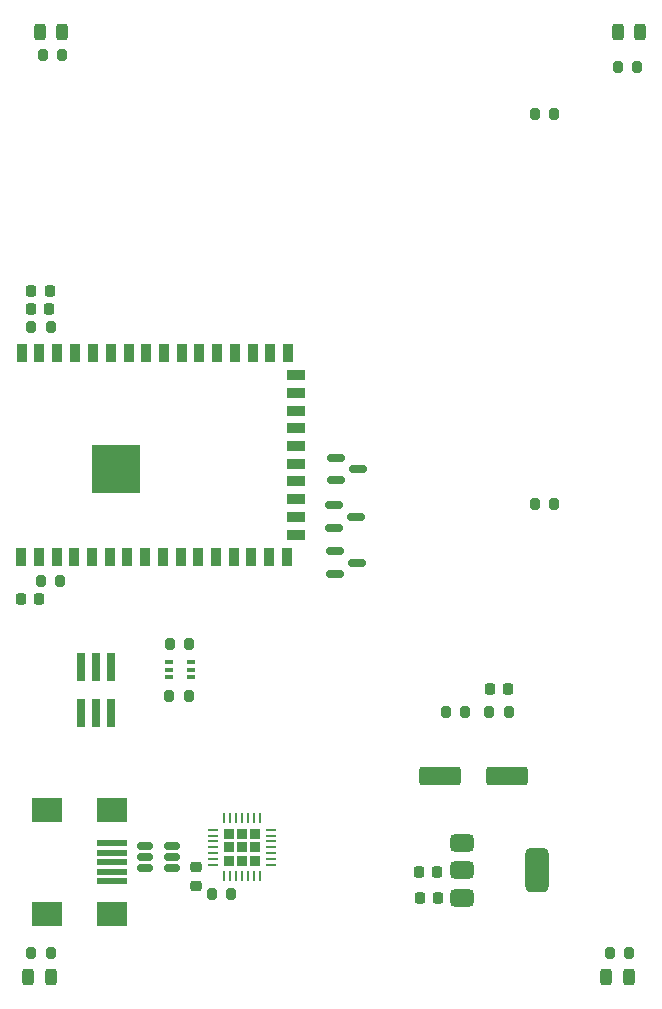
<source format=gbr>
%TF.GenerationSoftware,KiCad,Pcbnew,8.0.6*%
%TF.CreationDate,2025-02-23T18:05:14+01:00*%
%TF.ProjectId,TocBoatReceiver,546f6342-6f61-4745-9265-636569766572,rev?*%
%TF.SameCoordinates,Original*%
%TF.FileFunction,Paste,Top*%
%TF.FilePolarity,Positive*%
%FSLAX46Y46*%
G04 Gerber Fmt 4.6, Leading zero omitted, Abs format (unit mm)*
G04 Created by KiCad (PCBNEW 8.0.6) date 2025-02-23 18:05:14*
%MOMM*%
%LPD*%
G01*
G04 APERTURE LIST*
G04 Aperture macros list*
%AMRoundRect*
0 Rectangle with rounded corners*
0 $1 Rounding radius*
0 $2 $3 $4 $5 $6 $7 $8 $9 X,Y pos of 4 corners*
0 Add a 4 corners polygon primitive as box body*
4,1,4,$2,$3,$4,$5,$6,$7,$8,$9,$2,$3,0*
0 Add four circle primitives for the rounded corners*
1,1,$1+$1,$2,$3*
1,1,$1+$1,$4,$5*
1,1,$1+$1,$6,$7*
1,1,$1+$1,$8,$9*
0 Add four rect primitives between the rounded corners*
20,1,$1+$1,$2,$3,$4,$5,0*
20,1,$1+$1,$4,$5,$6,$7,0*
20,1,$1+$1,$6,$7,$8,$9,0*
20,1,$1+$1,$8,$9,$2,$3,0*%
G04 Aperture macros list end*
%ADD10RoundRect,0.200000X-0.200000X-0.275000X0.200000X-0.275000X0.200000X0.275000X-0.200000X0.275000X0*%
%ADD11RoundRect,0.225000X0.225000X0.250000X-0.225000X0.250000X-0.225000X-0.250000X0.225000X-0.250000X0*%
%ADD12RoundRect,0.150000X-0.587500X-0.150000X0.587500X-0.150000X0.587500X0.150000X-0.587500X0.150000X0*%
%ADD13RoundRect,0.243750X-0.243750X-0.456250X0.243750X-0.456250X0.243750X0.456250X-0.243750X0.456250X0*%
%ADD14RoundRect,0.225000X-0.250000X0.225000X-0.250000X-0.225000X0.250000X-0.225000X0.250000X0.225000X0*%
%ADD15R,2.500000X0.500000*%
%ADD16R,2.500000X2.000000*%
%ADD17RoundRect,0.375000X-0.625000X-0.375000X0.625000X-0.375000X0.625000X0.375000X-0.625000X0.375000X0*%
%ADD18RoundRect,0.500000X-0.500000X-1.400000X0.500000X-1.400000X0.500000X1.400000X-0.500000X1.400000X0*%
%ADD19RoundRect,0.225000X-0.225000X-0.225000X0.225000X-0.225000X0.225000X0.225000X-0.225000X0.225000X0*%
%ADD20RoundRect,0.062500X-0.337500X-0.062500X0.337500X-0.062500X0.337500X0.062500X-0.337500X0.062500X0*%
%ADD21RoundRect,0.062500X-0.062500X-0.337500X0.062500X-0.337500X0.062500X0.337500X-0.062500X0.337500X0*%
%ADD22RoundRect,0.100000X0.225000X0.100000X-0.225000X0.100000X-0.225000X-0.100000X0.225000X-0.100000X0*%
%ADD23R,0.900000X1.500000*%
%ADD24R,1.500000X0.900000*%
%ADD25R,4.100000X4.100000*%
%ADD26RoundRect,0.150000X-0.512500X-0.150000X0.512500X-0.150000X0.512500X0.150000X-0.512500X0.150000X0*%
%ADD27R,0.740000X2.400000*%
%ADD28RoundRect,0.250000X-1.500000X-0.550000X1.500000X-0.550000X1.500000X0.550000X-1.500000X0.550000X0*%
%ADD29RoundRect,0.225000X-0.225000X-0.250000X0.225000X-0.250000X0.225000X0.250000X-0.225000X0.250000X0*%
%ADD30RoundRect,0.200000X0.200000X0.275000X-0.200000X0.275000X-0.200000X-0.275000X0.200000X-0.275000X0*%
G04 APERTURE END LIST*
D10*
%TO.C,R11*%
X172150000Y-109600000D03*
X173800000Y-109600000D03*
%TD*%
%TO.C,R10*%
X168450000Y-109600000D03*
X170100000Y-109600000D03*
%TD*%
D11*
%TO.C,C8*%
X173750000Y-107600000D03*
X172200000Y-107600000D03*
%TD*%
%TO.C,C2*%
X134900000Y-75500000D03*
X133350000Y-75500000D03*
%TD*%
D10*
%TO.C,R6*%
X148650000Y-125000000D03*
X150300000Y-125000000D03*
%TD*%
D12*
%TO.C,Q2*%
X159062500Y-96000000D03*
X159062500Y-97900000D03*
X160937500Y-96950000D03*
%TD*%
D10*
%TO.C,R7*%
X183000000Y-55000000D03*
X184650000Y-55000000D03*
%TD*%
D13*
%TO.C,D1*%
X133125000Y-132000000D03*
X135000000Y-132000000D03*
%TD*%
D10*
%TO.C,R8*%
X176000000Y-92000000D03*
X177650000Y-92000000D03*
%TD*%
D12*
%TO.C,Q4*%
X159125000Y-88050000D03*
X159125000Y-89950000D03*
X161000000Y-89000000D03*
%TD*%
D14*
%TO.C,C4*%
X147300000Y-122750000D03*
X147300000Y-124300000D03*
%TD*%
D15*
%TO.C,J2*%
X140200000Y-120700000D03*
X140200000Y-121500000D03*
X140200000Y-122300000D03*
X140200000Y-123100000D03*
X140200000Y-123900000D03*
D16*
X140200000Y-117900000D03*
X134700000Y-117900000D03*
X140200000Y-126700000D03*
X134700000Y-126700000D03*
%TD*%
D17*
%TO.C,U2*%
X169850000Y-120700000D03*
X169850000Y-123000000D03*
D18*
X176150000Y-123000000D03*
D17*
X169850000Y-125300000D03*
%TD*%
D19*
%TO.C,U6*%
X150080000Y-119930000D03*
X150080000Y-121050000D03*
X150080000Y-122170000D03*
X151200000Y-119930000D03*
X151200000Y-121050000D03*
X151200000Y-122170000D03*
X152320000Y-119930000D03*
X152320000Y-121050000D03*
X152320000Y-122170000D03*
D20*
X148750000Y-119550000D03*
X148750000Y-120050000D03*
X148750000Y-120550000D03*
X148750000Y-121050000D03*
X148750000Y-121550000D03*
X148750000Y-122050000D03*
X148750000Y-122550000D03*
D21*
X149700000Y-123500000D03*
X150200000Y-123500000D03*
X150700000Y-123500000D03*
X151200000Y-123500000D03*
X151700000Y-123500000D03*
X152200000Y-123500000D03*
X152700000Y-123500000D03*
D20*
X153650000Y-122550000D03*
X153650000Y-122050000D03*
X153650000Y-121550000D03*
X153650000Y-121050000D03*
X153650000Y-120550000D03*
X153650000Y-120050000D03*
X153650000Y-119550000D03*
D21*
X152700000Y-118600000D03*
X152200000Y-118600000D03*
X151700000Y-118600000D03*
X151200000Y-118600000D03*
X150700000Y-118600000D03*
X150200000Y-118600000D03*
X149700000Y-118600000D03*
%TD*%
D11*
%TO.C,C5*%
X167800000Y-125300000D03*
X166250000Y-125300000D03*
%TD*%
D22*
%TO.C,Q1*%
X146900000Y-106650000D03*
X146900000Y-106000000D03*
X146900000Y-105350000D03*
X145000000Y-105350000D03*
X145000000Y-106000000D03*
X145000000Y-106650000D03*
%TD*%
D13*
%TO.C,D3*%
X134125000Y-52000000D03*
X136000000Y-52000000D03*
%TD*%
D23*
%TO.C,U8*%
X132500000Y-96445000D03*
X134000000Y-96445000D03*
X135500000Y-96445000D03*
X137000000Y-96445000D03*
X138500000Y-96445000D03*
X140000000Y-96445000D03*
X141500000Y-96445000D03*
X143000000Y-96445000D03*
X144500000Y-96445000D03*
X146000000Y-96445000D03*
X147500000Y-96445000D03*
X149000000Y-96445000D03*
X150500000Y-96445000D03*
X152000000Y-96445000D03*
X153500000Y-96445000D03*
X155000000Y-96445000D03*
D24*
X155750000Y-94570000D03*
X155750000Y-93070000D03*
X155750000Y-91570000D03*
X155750000Y-90070000D03*
X155750000Y-88570000D03*
X155750000Y-87070000D03*
X155750000Y-85570000D03*
X155750000Y-84070000D03*
X155750000Y-82570000D03*
X155750000Y-81070000D03*
D23*
X155100000Y-79195000D03*
X153600000Y-79195000D03*
X152100000Y-79195000D03*
X150600000Y-79195000D03*
X149100000Y-79195000D03*
X147600000Y-79195000D03*
X146100000Y-79195000D03*
X144600000Y-79195000D03*
X143100000Y-79195000D03*
X141600000Y-79195000D03*
X140100000Y-79195000D03*
X138600000Y-79195000D03*
X137100000Y-79195000D03*
X135500000Y-79195000D03*
X134000000Y-79195000D03*
X132600000Y-79195000D03*
D25*
X140540000Y-89010000D03*
%TD*%
D10*
%TO.C,R1*%
X134150000Y-98500000D03*
X135800000Y-98500000D03*
%TD*%
D11*
%TO.C,C6*%
X167700000Y-123100000D03*
X166150000Y-123100000D03*
%TD*%
D26*
%TO.C,U1*%
X143000000Y-120900000D03*
X143000000Y-121850000D03*
X143000000Y-122800000D03*
X145275000Y-122800000D03*
X145275000Y-121850000D03*
X145275000Y-120900000D03*
%TD*%
D10*
%TO.C,R9*%
X176000000Y-59000000D03*
X177650000Y-59000000D03*
%TD*%
D27*
%TO.C,J1*%
X140100000Y-105800000D03*
X140100000Y-109700000D03*
X138830000Y-105800000D03*
X138830000Y-109700000D03*
X137560000Y-105800000D03*
X137560000Y-109700000D03*
%TD*%
D28*
%TO.C,C7*%
X168000000Y-115000000D03*
X173600000Y-115000000D03*
%TD*%
D13*
%TO.C,D2*%
X182062500Y-132000000D03*
X183937500Y-132000000D03*
%TD*%
D10*
%TO.C,R5*%
X133350000Y-77000000D03*
X135000000Y-77000000D03*
%TD*%
D13*
%TO.C,D4*%
X183062500Y-52000000D03*
X184937500Y-52000000D03*
%TD*%
D10*
%TO.C,R4*%
X134350000Y-54000000D03*
X136000000Y-54000000D03*
%TD*%
D29*
%TO.C,C3*%
X132500000Y-100000000D03*
X134050000Y-100000000D03*
%TD*%
D10*
%TO.C,R13*%
X145050000Y-108200000D03*
X146700000Y-108200000D03*
%TD*%
%TO.C,R3*%
X182350000Y-130000000D03*
X184000000Y-130000000D03*
%TD*%
D30*
%TO.C,R12*%
X146750000Y-103800000D03*
X145100000Y-103800000D03*
%TD*%
D12*
%TO.C,Q3*%
X159000000Y-92100000D03*
X159000000Y-94000000D03*
X160875000Y-93050000D03*
%TD*%
D10*
%TO.C,R2*%
X133350000Y-130000000D03*
X135000000Y-130000000D03*
%TD*%
D29*
%TO.C,C1*%
X133381750Y-73968250D03*
X134931750Y-73968250D03*
%TD*%
M02*

</source>
